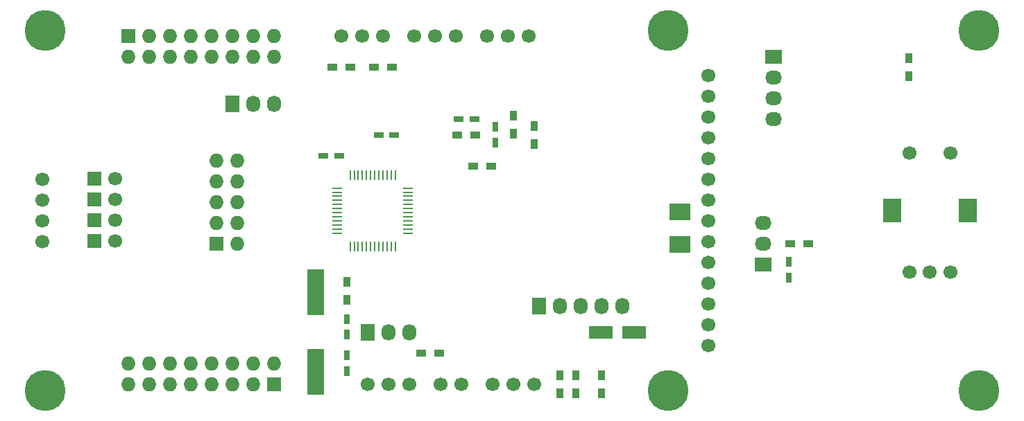
<source format=gbr>
G04 #@! TF.FileFunction,Soldermask,Top*
%FSLAX46Y46*%
G04 Gerber Fmt 4.6, Leading zero omitted, Abs format (unit mm)*
G04 Created by KiCad (PCBNEW (2015-06-16 BZR 5762, Git d3b3131)-product) date 2015.07.11. 4:53:42*
%MOMM*%
G01*
G04 APERTURE LIST*
%ADD10C,0.100000*%
%ADD11C,5.001260*%
%ADD12R,0.750000X1.200000*%
%ADD13R,1.200000X0.750000*%
%ADD14R,2.999740X1.501140*%
%ADD15C,1.700000*%
%ADD16R,2.300000X3.000000*%
%ADD17R,1.727200X1.727200*%
%ADD18O,1.727200X1.727200*%
%ADD19R,1.727200X2.032000*%
%ADD20O,1.727200X2.032000*%
%ADD21R,2.032000X1.727200*%
%ADD22O,2.032000X1.727200*%
%ADD23R,1.700000X1.700000*%
%ADD24R,0.900000X1.200000*%
%ADD25R,1.200000X0.900000*%
%ADD26R,2.500000X2.000000*%
%ADD27R,1.300000X0.250000*%
%ADD28R,0.250000X1.300000*%
%ADD29C,5.000000*%
%ADD30R,2.100580X5.600700*%
G04 APERTURE END LIST*
D10*
D11*
X147000000Y-77000000D03*
D12*
X88011000Y-46670000D03*
X88011000Y-44770000D03*
D13*
X83505000Y-43815000D03*
X85405000Y-43815000D03*
D12*
X69850000Y-70165000D03*
X69850000Y-68265000D03*
X69850000Y-72710000D03*
X69850000Y-74610000D03*
D14*
X104868980Y-69850000D03*
X100871020Y-69850000D03*
D13*
X68895000Y-48260000D03*
X66995000Y-48260000D03*
X73726000Y-45783500D03*
X75626000Y-45783500D03*
D12*
X123825000Y-61280000D03*
X123825000Y-63180000D03*
D15*
X141000000Y-62500000D03*
X138500000Y-62500000D03*
X143500000Y-62500000D03*
X138500000Y-48000000D03*
X143500000Y-48000000D03*
D16*
X136400000Y-55000000D03*
X145600000Y-55000000D03*
D17*
X43180000Y-33655000D03*
D18*
X43180000Y-36195000D03*
X45720000Y-33655000D03*
X45720000Y-36195000D03*
X48260000Y-33655000D03*
X48260000Y-36195000D03*
X50800000Y-33655000D03*
X50800000Y-36195000D03*
X53340000Y-33655000D03*
X53340000Y-36195000D03*
X55880000Y-33655000D03*
X55880000Y-36195000D03*
X58420000Y-33655000D03*
X58420000Y-36195000D03*
X60960000Y-33655000D03*
X60960000Y-36195000D03*
D15*
X71755000Y-33655000D03*
X74295000Y-33655000D03*
X69215000Y-33655000D03*
X90170000Y-76200000D03*
X87630000Y-76200000D03*
X92710000Y-76200000D03*
D19*
X93345000Y-66675000D03*
D20*
X95885000Y-66675000D03*
X98425000Y-66675000D03*
X100965000Y-66675000D03*
X103505000Y-66675000D03*
D15*
X83820000Y-76200000D03*
X81280000Y-76200000D03*
D19*
X55880000Y-41910000D03*
D20*
X58420000Y-41910000D03*
X60960000Y-41910000D03*
D21*
X121920000Y-36195000D03*
D22*
X121920000Y-38735000D03*
X121920000Y-41275000D03*
X121920000Y-43815000D03*
D15*
X80645000Y-33655000D03*
X83185000Y-33655000D03*
X78105000Y-33655000D03*
D17*
X60960000Y-76200000D03*
D18*
X60960000Y-73660000D03*
X58420000Y-76200000D03*
X58420000Y-73660000D03*
X55880000Y-76200000D03*
X55880000Y-73660000D03*
X53340000Y-76200000D03*
X53340000Y-73660000D03*
X50800000Y-76200000D03*
X50800000Y-73660000D03*
X48260000Y-76200000D03*
X48260000Y-73660000D03*
X45720000Y-76200000D03*
X45720000Y-73660000D03*
X43180000Y-76200000D03*
X43180000Y-73660000D03*
D17*
X53975000Y-59055000D03*
D18*
X56515000Y-59055000D03*
X53975000Y-56515000D03*
X56515000Y-56515000D03*
X53975000Y-53975000D03*
X56515000Y-53975000D03*
X53975000Y-51435000D03*
X56515000Y-51435000D03*
X53975000Y-48895000D03*
X56515000Y-48895000D03*
D15*
X74930000Y-76200000D03*
X72390000Y-76200000D03*
X77470000Y-76200000D03*
D19*
X72390000Y-69850000D03*
D20*
X74930000Y-69850000D03*
X77470000Y-69850000D03*
D15*
X89535000Y-33655000D03*
X92075000Y-33655000D03*
X86995000Y-33655000D03*
D23*
X39052500Y-58737500D03*
D15*
X41592500Y-58737500D03*
D23*
X39052500Y-56197500D03*
D15*
X41592500Y-56197500D03*
D23*
X39052500Y-53657500D03*
D15*
X41592500Y-53657500D03*
D23*
X39052500Y-51117500D03*
D15*
X41592500Y-51117500D03*
D21*
X120650000Y-61595000D03*
D22*
X120650000Y-59055000D03*
X120650000Y-56515000D03*
D24*
X97790000Y-77300000D03*
X97790000Y-75100000D03*
D25*
X81110000Y-72390000D03*
X78910000Y-72390000D03*
D24*
X95885000Y-77300000D03*
X95885000Y-75100000D03*
D25*
X75395000Y-37465000D03*
X73195000Y-37465000D03*
X68115000Y-37465000D03*
X70315000Y-37465000D03*
X83355000Y-45720000D03*
X85555000Y-45720000D03*
X85260000Y-49530000D03*
X87460000Y-49530000D03*
D24*
X92710000Y-44620000D03*
X92710000Y-46820000D03*
X90170000Y-43350000D03*
X90170000Y-45550000D03*
D26*
X110490000Y-59150000D03*
X110490000Y-55150000D03*
D24*
X100965000Y-77300000D03*
X100965000Y-75100000D03*
X138430000Y-36365000D03*
X138430000Y-38565000D03*
D25*
X126195000Y-59055000D03*
X123995000Y-59055000D03*
D24*
X69850000Y-65870000D03*
X69850000Y-63670000D03*
D27*
X68650000Y-52250000D03*
X68650000Y-52750000D03*
X68650000Y-53250000D03*
X68650000Y-53750000D03*
X68650000Y-54250000D03*
X68650000Y-54750000D03*
X68650000Y-55250000D03*
X68650000Y-55750000D03*
X68650000Y-56250000D03*
X68650000Y-56750000D03*
X68650000Y-57250000D03*
X68650000Y-57750000D03*
D28*
X70250000Y-59350000D03*
X70750000Y-59350000D03*
X71250000Y-59350000D03*
X71750000Y-59350000D03*
X72250000Y-59350000D03*
X72750000Y-59350000D03*
X73250000Y-59350000D03*
X73750000Y-59350000D03*
X74250000Y-59350000D03*
X74750000Y-59350000D03*
X75250000Y-59350000D03*
X75750000Y-59350000D03*
D27*
X77350000Y-57750000D03*
X77350000Y-57250000D03*
X77350000Y-56750000D03*
X77350000Y-56250000D03*
X77350000Y-55750000D03*
X77350000Y-55250000D03*
X77350000Y-54750000D03*
X77350000Y-54250000D03*
X77350000Y-53750000D03*
X77350000Y-53250000D03*
X77350000Y-52750000D03*
X77350000Y-52250000D03*
D28*
X75750000Y-50650000D03*
X75250000Y-50650000D03*
X74750000Y-50650000D03*
X74250000Y-50650000D03*
X73750000Y-50650000D03*
X73250000Y-50650000D03*
X72750000Y-50650000D03*
X72250000Y-50650000D03*
X71750000Y-50650000D03*
X71250000Y-50650000D03*
X70750000Y-50650000D03*
X70250000Y-50650000D03*
D29*
X33000000Y-77000000D03*
X33000000Y-33000000D03*
X109080000Y-33000000D03*
X109080000Y-77000000D03*
D15*
X114000000Y-71510000D03*
X114000000Y-68970000D03*
X114000000Y-66430000D03*
X114000000Y-63890000D03*
X114000000Y-61350000D03*
X114000000Y-58810000D03*
X114000000Y-56270000D03*
X114000000Y-53730000D03*
X114000000Y-51190000D03*
X114000000Y-48650000D03*
X114000000Y-46110000D03*
X114000000Y-43570000D03*
X114000000Y-41030000D03*
X114000000Y-38490000D03*
X32720000Y-56270000D03*
X32720000Y-58810000D03*
X32720000Y-53730000D03*
X32720000Y-51190000D03*
D30*
X66040000Y-74698860D03*
X66040000Y-65001140D03*
D11*
X147000000Y-33000000D03*
M02*

</source>
